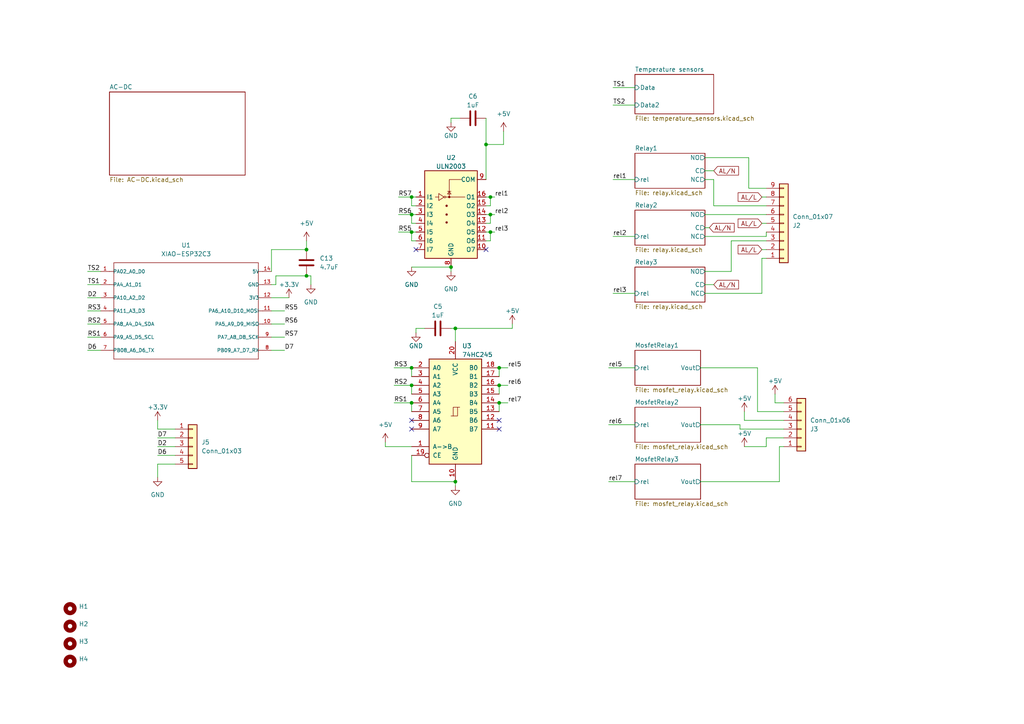
<source format=kicad_sch>
(kicad_sch (version 20230121) (generator eeschema)
  (paper "A4")
  (lib_symbols
    (symbol "74xx:74HC245" (pin_names (offset 1.016))
      (property "Reference" "U" (at -7.62 16.51 0))
      (property "Value" "74HC245" (at -7.62 -16.51 0))
      (symbol "74HC245_1_0"
        (polyline (pts (xy -0.635 -1.27) (xy -0.635 1.27) (xy 0.635 1.27)))
        (polyline (pts (xy -1.27 -1.27) (xy 0.635 -1.27) (xy 0.635 1.27) (xy 1.27 1.27)))
        (pin input line (at -12.7 -10.16 0) (length 5.08) (name "A->B") (number "1"))
        (pin power_in line (at 0 -20.32 90) (length 5.08) (name "GND") (number "10"))
        (pin tri_state line (at 12.7 -5.08 180) (length 5.08) (name "B7") (number "11"))
        (pin tri_state line (at 12.7 -2.54 180) (length 5.08) (name "B6") (number "12"))
        (pin tri_state line (at 12.7 0 180) (length 5.08) (name "B5") (number "13"))
        (pin tri_state line (at 12.7 2.54 180) (length 5.08) (name "B4") (number "14"))
        (pin tri_state line (at 12.7 5.08 180) (length 5.08) (name "B3") (number "15"))
        (pin tri_state line (at 12.7 7.62 180) (length 5.08) (name "B2") (number "16"))
        (pin tri_state line (at 12.7 10.16 180) (length 5.08) (name "B1") (number "17"))
        (pin tri_state line (at 12.7 12.7 180) (length 5.08) (name "B0") (number "18"))
        (pin input inverted (at -12.7 -12.7 0) (length 5.08) (name "CE") (number "19"))
        (pin tri_state line (at -12.7 12.7 0) (length 5.08) (name "A0") (number "2"))
        (pin power_in line (at 0 20.32 270) (length 5.08) (name "VCC") (number "20"))
        (pin tri_state line (at -12.7 10.16 0) (length 5.08) (name "A1") (number "3"))
        (pin tri_state line (at -12.7 7.62 0) (length 5.08) (name "A2") (number "4"))
        (pin tri_state line (at -12.7 5.08 0) (length 5.08) (name "A3") (number "5"))
        (pin tri_state line (at -12.7 2.54 0) (length 5.08) (name "A4") (number "6"))
        (pin tri_state line (at -12.7 0 0) (length 5.08) (name "A5") (number "7"))
        (pin tri_state line (at -12.7 -2.54 0) (length 5.08) (name "A6") (number "8"))
        (pin tri_state line (at -12.7 -5.08 0) (length 5.08) (name "A7") (number "9"))
      )
      (symbol "74HC245_1_1"
        (rectangle (start -7.62 15.24) (end 7.62 -15.24) (stroke (width 0.254)) (fill (type background)))
      )
    )
    (symbol "Connector_Generic:Conn_01x05" (pin_names (offset 1.016) hide)
      (property "Reference" "J" (at 0 7.62 0))
      (property "Value" "Conn_01x05" (at 0 -7.62 0))
      (symbol "Conn_01x05_1_1"
        (rectangle (start -1.27 -4.953) (end 0 -5.207) (stroke (width 0.1524)))
        (rectangle (start -1.27 -2.413) (end 0 -2.667) (stroke (width 0.1524)))
        (rectangle (start -1.27 0.127) (end 0 -0.127) (stroke (width 0.1524)))
        (rectangle (start -1.27 2.667) (end 0 2.413) (stroke (width 0.1524)))
        (rectangle (start -1.27 5.207) (end 0 4.953) (stroke (width 0.1524)))
        (rectangle (start -1.27 6.35) (end 1.27 -6.35) (stroke (width 0.254)) (fill (type background)))
        (pin passive line (at -5.08 5.08 0) (length 3.81) (name "Pin_1") (number "1"))
        (pin passive line (at -5.08 2.54 0) (length 3.81) (name "Pin_2") (number "2"))
        (pin passive line (at -5.08 0 0) (length 3.81) (name "Pin_3") (number "3"))
        (pin passive line (at -5.08 -2.54 0) (length 3.81) (name "Pin_4") (number "4"))
        (pin passive line (at -5.08 -5.08 0) (length 3.81) (name "Pin_5") (number "5"))
      )
    )
    (symbol "Connector_Generic:Conn_01x06" (pin_names (offset 1.016) hide)
      (property "Reference" "J" (at 0 7.62 0))
      (property "Value" "Conn_01x06" (at 0 -10.16 0))
      (symbol "Conn_01x06_1_1"
        (rectangle (start -1.27 -7.493) (end 0 -7.747) (stroke (width 0.1524)))
        (rectangle (start -1.27 -4.953) (end 0 -5.207) (stroke (width 0.1524)))
        (rectangle (start -1.27 -2.413) (end 0 -2.667) (stroke (width 0.1524)))
        (rectangle (start -1.27 0.127) (end 0 -0.127) (stroke (width 0.1524)))
        (rectangle (start -1.27 2.667) (end 0 2.413) (stroke (width 0.1524)))
        (rectangle (start -1.27 5.207) (end 0 4.953) (stroke (width 0.1524)))
        (rectangle (start -1.27 6.35) (end 1.27 -8.89) (stroke (width 0.254)) (fill (type background)))
        (pin passive line (at -5.08 5.08 0) (length 3.81) (name "Pin_1") (number "1"))
        (pin passive line (at -5.08 2.54 0) (length 3.81) (name "Pin_2") (number "2"))
        (pin passive line (at -5.08 0 0) (length 3.81) (name "Pin_3") (number "3"))
        (pin passive line (at -5.08 -2.54 0) (length 3.81) (name "Pin_4") (number "4"))
        (pin passive line (at -5.08 -5.08 0) (length 3.81) (name "Pin_5") (number "5"))
        (pin passive line (at -5.08 -7.62 0) (length 3.81) (name "Pin_6") (number "6"))
      )
    )
    (symbol "Connector_Generic:Conn_01x09" (pin_names (offset 1.016) hide)
      (property "Reference" "J" (at 0 12.7 0))
      (property "Value" "Conn_01x09" (at 0 -12.7 0))
      (symbol "Conn_01x09_1_1"
        (rectangle (start -1.27 -10.033) (end 0 -10.287) (stroke (width 0.1524)))
        (rectangle (start -1.27 -7.493) (end 0 -7.747) (stroke (width 0.1524)))
        (rectangle (start -1.27 -4.953) (end 0 -5.207) (stroke (width 0.1524)))
        (rectangle (start -1.27 -2.413) (end 0 -2.667) (stroke (width 0.1524)))
        (rectangle (start -1.27 0.127) (end 0 -0.127) (stroke (width 0.1524)))
        (rectangle (start -1.27 2.667) (end 0 2.413) (stroke (width 0.1524)))
        (rectangle (start -1.27 5.207) (end 0 4.953) (stroke (width 0.1524)))
        (rectangle (start -1.27 7.747) (end 0 7.493) (stroke (width 0.1524)))
        (rectangle (start -1.27 10.287) (end 0 10.033) (stroke (width 0.1524)))
        (rectangle (start -1.27 11.43) (end 1.27 -11.43) (stroke (width 0.254)) (fill (type background)))
        (pin passive line (at -5.08 10.16 0) (length 3.81) (name "Pin_1") (number "1"))
        (pin passive line (at -5.08 7.62 0) (length 3.81) (name "Pin_2") (number "2"))
        (pin passive line (at -5.08 5.08 0) (length 3.81) (name "Pin_3") (number "3"))
        (pin passive line (at -5.08 2.54 0) (length 3.81) (name "Pin_4") (number "4"))
        (pin passive line (at -5.08 0 0) (length 3.81) (name "Pin_5") (number "5"))
        (pin passive line (at -5.08 -2.54 0) (length 3.81) (name "Pin_6") (number "6"))
        (pin passive line (at -5.08 -5.08 0) (length 3.81) (name "Pin_7") (number "7"))
        (pin passive line (at -5.08 -7.62 0) (length 3.81) (name "Pin_8") (number "8"))
        (pin passive line (at -5.08 -10.16 0) (length 3.81) (name "Pin_9") (number "9"))
      )
    )
    (symbol "Device:C" (pin_numbers hide) (pin_names (offset 0.254))
      (property "Reference" "C" (at 0.635 2.54 0))
      (property "Value" "C" (at 0.635 -2.54 0))
      (symbol "C_0_1"
        (polyline (pts (xy -2.032 -0.762) (xy 2.032 -0.762)) (stroke (width 0.508)))
        (polyline (pts (xy -2.032 0.762) (xy 2.032 0.762)) (stroke (width 0.508)))
      )
      (symbol "C_1_1"
        (pin passive line (at 0 3.81 270) (length 2.794) (name "~") (number "1"))
        (pin passive line (at 0 -3.81 90) (length 2.794) (name "~") (number "2"))
      )
    )
    (symbol "Mechanical:MountingHole" (pin_names (offset 1.016))
      (property "Reference" "H" (at 0 5.08 0))
      (property "Value" "MountingHole" (at 0 3.175 0))
      (symbol "MountingHole_0_1"
        (circle (center 0 0) (radius 1.27) (stroke (width 1.27)))
      )
    )
    (symbol "ProjectLibrary:XIAO-ESP32C3" (pin_names (offset 1.016))
      (property "Reference" "U" (at -21.59 15.24 0))
      (property "Value" "XIAO-ESP32C3" (at -21.59 13.97 0))
      (symbol "XIAO-ESP32C3_0_0"
        (polyline (pts (xy -21.59 -13.97) (xy -21.59 0)) (stroke (width 0.1524)))
        (polyline (pts (xy -21.59 -11.43) (xy -22.86 -11.43)) (stroke (width 0.1524)))
        (polyline (pts (xy -21.59 -7.62) (xy -22.86 -7.62)) (stroke (width 0.1524)))
        (polyline (pts (xy -21.59 -3.81) (xy -22.86 -3.81)) (stroke (width 0.1524)))
        (polyline (pts (xy -21.59 0) (xy -22.86 0)) (stroke (width 0.1524)))
        (polyline (pts (xy -21.59 0) (xy -21.59 3.81)) (stroke (width 0.1524)))
        (polyline (pts (xy -21.59 3.81) (xy -22.86 3.81)) (stroke (width 0.1524)))
        (polyline (pts (xy -21.59 3.81) (xy -21.59 7.62)) (stroke (width 0.1524)))
        (polyline (pts (xy -21.59 7.62) (xy -22.86 7.62)) (stroke (width 0.1524)))
        (polyline (pts (xy -21.59 7.62) (xy -21.59 11.43)) (stroke (width 0.1524)))
        (polyline (pts (xy -21.59 11.43) (xy -22.86 11.43)) (stroke (width 0.1524)))
        (polyline (pts (xy -21.59 11.43) (xy -21.59 13.97)) (stroke (width 0.1524)))
        (polyline (pts (xy -21.59 13.97) (xy 20.32 13.97)) (stroke (width 0.1524)))
        (polyline (pts (xy 20.32 -13.97) (xy -21.59 -13.97)) (stroke (width 0.1524)))
        (polyline (pts (xy 20.32 3.81) (xy 20.32 -13.97)) (stroke (width 0.1524)))
        (polyline (pts (xy 20.32 7.62) (xy 20.32 3.81)) (stroke (width 0.1524)))
        (polyline (pts (xy 20.32 11.43) (xy 20.32 7.62)) (stroke (width 0.1524)))
        (polyline (pts (xy 20.32 13.97) (xy 20.32 11.43)) (stroke (width 0.1524)))
        (polyline (pts (xy 21.59 -11.43) (xy 20.32 -11.43)) (stroke (width 0.1524)))
        (polyline (pts (xy 21.59 -7.62) (xy 20.32 -7.62)) (stroke (width 0.1524)))
        (polyline (pts (xy 21.59 -3.81) (xy 20.32 -3.81)) (stroke (width 0.1524)))
        (polyline (pts (xy 21.59 0) (xy 20.32 0)) (stroke (width 0.1524)))
        (polyline (pts (xy 21.59 3.81) (xy 20.32 3.81)) (stroke (width 0.1524)))
        (polyline (pts (xy 21.59 7.62) (xy 20.32 7.62)) (stroke (width 0.1524)))
        (polyline (pts (xy 21.59 11.43) (xy 20.32 11.43)) (stroke (width 0.1524)))
        (pin bidirectional line (at -25.4 11.43 0) (length 2.54) (name "PA02_A0_D0") (number "1"))
        (pin bidirectional line (at 24.13 -3.81 180) (length 2.54) (name "PA5_A9_D9_MISO") (number "10"))
        (pin bidirectional line (at 24.13 0 180) (length 2.54) (name "PA6_A10_D10_MOSI") (number "11"))
        (pin bidirectional line (at -25.4 7.62 0) (length 2.54) (name "PA4_A1_D1") (number "2"))
        (pin bidirectional line (at -25.4 3.81 0) (length 2.54) (name "PA10_A2_D2") (number "3"))
        (pin bidirectional line (at -25.4 0 0) (length 2.54) (name "PA11_A3_D3") (number "4"))
        (pin bidirectional line (at -25.4 -3.81 0) (length 2.54) (name "PA8_A4_D4_SDA") (number "5"))
        (pin bidirectional line (at -25.4 -7.62 0) (length 2.54) (name "PA9_A5_D5_SCL") (number "6"))
        (pin bidirectional line (at -25.4 -11.43 0) (length 2.54) (name "PB08_A6_D6_TX") (number "7"))
        (pin bidirectional line (at 24.13 -11.43 180) (length 2.54) (name "PB09_A7_D7_RX") (number "8"))
        (pin bidirectional line (at 24.13 -7.62 180) (length 2.54) (name "PA7_A8_D8_SCK") (number "9"))
      )
      (symbol "XIAO-ESP32C3_1_0"
        (pin power_out line (at 24.13 3.81 180) (length 2.54) (name "3V3") (number "12"))
        (pin power_in line (at 24.13 7.62 180) (length 2.54) (name "GND") (number "13"))
        (pin power_in line (at 24.13 11.43 180) (length 2.54) (name "5V") (number "14"))
      )
    )
    (symbol "Transistor_Array:ULN2003"
      (property "Reference" "U" (at 0 15.875 0))
      (property "Value" "ULN2003" (at 0 13.97 0))
      (symbol "ULN2003_0_1"
        (rectangle (start -7.62 -12.7) (end 7.62 12.7) (stroke (width 0.254)) (fill (type background)))
        (circle (center -1.778 5.08) (radius 0.254))
        (circle (center -1.27 -2.286) (radius 0.254) (fill (type outline)))
        (circle (center -1.27 0) (radius 0.254) (fill (type outline)))
        (circle (center -1.27 2.54) (radius 0.254) (fill (type outline)))
        (circle (center -0.508 5.08) (radius 0.254) (fill (type outline)))
        (polyline (pts (xy -4.572 5.08) (xy -3.556 5.08)))
        (polyline (pts (xy -1.524 5.08) (xy 4.064 5.08)))
        (polyline (pts (xy 0 6.731) (xy -1.016 6.731)))
        (polyline (pts (xy -0.508 5.08) (xy -0.508 10.16) (xy 2.921 10.16)))
        (polyline (pts (xy -3.556 6.096) (xy -3.556 4.064) (xy -2.032 5.08) (xy -3.556 6.096)))
        (polyline (pts (xy 0 5.969) (xy -1.016 5.969) (xy -0.508 6.731) (xy 0 5.969)))
      )
      (symbol "ULN2003_1_1"
        (pin input line (at -10.16 5.08 0) (length 2.54) (name "I1") (number "1"))
        (pin open_collector line (at 10.16 -10.16 180) (length 2.54) (name "O7") (number "10"))
        (pin open_collector line (at 10.16 -7.62 180) (length 2.54) (name "O6") (number "11"))
        (pin open_collector line (at 10.16 -5.08 180) (length 2.54) (name "O5") (number "12"))
        (pin open_collector line (at 10.16 -2.54 180) (length 2.54) (name "O4") (number "13"))
        (pin open_collector line (at 10.16 0 180) (length 2.54) (name "O3") (number "14"))
        (pin open_collector line (at 10.16 2.54 180) (length 2.54) (name "O2") (number "15"))
        (pin open_collector line (at 10.16 5.08 180) (length 2.54) (name "O1") (number "16"))
        (pin input line (at -10.16 2.54 0) (length 2.54) (name "I2") (number "2"))
        (pin input line (at -10.16 0 0) (length 2.54) (name "I3") (number "3"))
        (pin input line (at -10.16 -2.54 0) (length 2.54) (name "I4") (number "4"))
        (pin input line (at -10.16 -5.08 0) (length 2.54) (name "I5") (number "5"))
        (pin input line (at -10.16 -7.62 0) (length 2.54) (name "I6") (number "6"))
        (pin input line (at -10.16 -10.16 0) (length 2.54) (name "I7") (number "7"))
        (pin power_in line (at 0 -15.24 90) (length 2.54) (name "GND") (number "8"))
        (pin passive line (at 10.16 10.16 180) (length 2.54) (name "COM") (number "9"))
      )
    )
    (symbol "power:+3.3V" (power) (pin_names (offset 0))
      (property "Value" "+3.3V" (at 0 3.556 0))
      (symbol "+3.3V_0_1"
        (polyline (pts (xy -0.762 1.27) (xy 0 2.54)))
        (polyline (pts (xy 0 0) (xy 0 2.54)))
        (polyline (pts (xy 0 2.54) (xy 0.762 1.27)))
      )
      (symbol "+3.3V_1_1"
        (pin power_in line (at 0 0 90) (length 0) hide (name "+3.3V") (number "1"))
      )
    )
    (symbol "power:+5V" (power) (pin_names (offset 0))
      (property "Value" "+5V" (at 0 3.556 0))
      (symbol "+5V_0_1"
        (polyline (pts (xy -0.762 1.27) (xy 0 2.54)))
        (polyline (pts (xy 0 0) (xy 0 2.54)))
        (polyline (pts (xy 0 2.54) (xy 0.762 1.27)))
      )
      (symbol "+5V_1_1"
        (pin power_in line (at 0 0 90) (length 0) hide (name "+5V") (number "1"))
      )
    )
    (symbol "power:GND" (power) (pin_names (offset 0))
      (property "Value" "GND" (at 0 -3.81 0))
      (symbol "GND_0_1"
        (polyline (pts (xy 0 0) (xy 0 -1.27) (xy 1.27 -1.27) (xy 0 -2.54) (xy -1.27 -1.27) (xy 0 -1.27)))
      )
      (symbol "GND_1_1"
        (pin power_in line (at 0 0 270) (length 0) hide (name "GND") (number "1"))
      )
    )
  )
  (junction (at 119.38 57.15))
  (junction (at 88.9 72.39))
  (junction (at 119.38 106.68))
  (junction (at 132.08 95.25))
  (junction (at 144.78 106.68))
  (junction (at 142.24 57.15))
  (junction (at 130.81 77.47))
  (junction (at 142.24 67.31))
  (junction (at 119.38 62.23))
  (junction (at 119.38 111.76))
  (junction (at 119.38 116.84))
  (junction (at 132.08 139.7))
  (junction (at 119.38 67.31))
  (junction (at 144.78 116.84))
  (junction (at 144.78 111.76))
  (junction (at 88.9 80.01))
  (junction (at 142.24 62.23))
  (junction (at 140.97 41.91))
  (no_connect (at 144.78 121.92))
  (no_connect (at 144.78 124.46))
  (no_connect (at 120.65 72.39))
  (no_connect (at 140.97 72.39))
  (no_connect (at 119.38 121.92))
  (no_connect (at 119.38 124.46))
  (wire (pts (xy 120.65 69.85) (xy 119.38 69.85)))
  (wire (pts (xy 45.72 138.43) (xy 45.72 134.62)))
  (wire (pts (xy 45.72 121.92) (xy 45.72 124.46)))
  (wire (pts (xy 119.38 116.84) (xy 119.38 119.38)))
  (wire (pts (xy 177.8 52.07) (xy 184.15 52.07)))
  (wire (pts (xy 119.38 67.31) (xy 120.65 67.31)))
  (wire (pts (xy 226.06 129.54) (xy 227.33 129.54)))
  (wire (pts (xy 25.4 97.79) (xy 29.21 97.79)))
  (wire (pts (xy 176.53 123.19) (xy 184.15 123.19)))
  (wire (pts (xy 146.05 41.91) (xy 146.05 38.1)))
  (wire (pts (xy 220.98 64.77) (xy 222.25 64.77)))
  (wire (pts (xy 144.78 116.84) (xy 147.32 116.84)))
  (wire (pts (xy 78.74 97.79) (xy 82.55 97.79)))
  (wire (pts (xy 25.4 82.55) (xy 29.21 82.55)))
  (wire (pts (xy 220.98 57.15) (xy 222.25 57.15)))
  (wire (pts (xy 25.4 78.74) (xy 29.21 78.74)))
  (wire (pts (xy 78.74 78.74) (xy 78.74 72.39)))
  (wire (pts (xy 204.47 68.58) (xy 222.25 68.58)))
  (wire (pts (xy 143.51 57.15) (xy 142.24 57.15)))
  (wire (pts (xy 45.72 124.46) (xy 50.8 124.46)))
  (wire (pts (xy 114.3 116.84) (xy 119.38 116.84)))
  (wire (pts (xy 25.4 86.36) (xy 29.21 86.36)))
  (wire (pts (xy 222.25 127) (xy 227.33 127)))
  (wire (pts (xy 203.2 139.7) (xy 226.06 139.7)))
  (wire (pts (xy 227.33 116.84) (xy 224.79 116.84)))
  (wire (pts (xy 214.63 124.46) (xy 227.33 124.46)))
  (wire (pts (xy 88.9 80.01) (xy 90.17 80.01)))
  (wire (pts (xy 143.51 67.31) (xy 142.24 67.31)))
  (wire (pts (xy 176.53 139.7) (xy 184.15 139.7)))
  (wire (pts (xy 217.17 54.61) (xy 222.25 54.61)))
  (wire (pts (xy 215.9 119.38) (xy 215.9 121.92)))
  (wire (pts (xy 78.74 86.36) (xy 83.82 86.36)))
  (wire (pts (xy 45.72 132.08) (xy 50.8 132.08)))
  (wire (pts (xy 78.74 101.6) (xy 82.55 101.6)))
  (wire (pts (xy 219.71 119.38) (xy 227.33 119.38)))
  (wire (pts (xy 207.01 52.07) (xy 207.01 59.69)))
  (wire (pts (xy 25.4 93.98) (xy 29.21 93.98)))
  (wire (pts (xy 204.47 45.72) (xy 217.17 45.72)))
  (wire (pts (xy 142.24 59.69) (xy 142.24 57.15)))
  (wire (pts (xy 144.78 116.84) (xy 144.78 119.38)))
  (wire (pts (xy 119.38 57.15) (xy 120.65 57.15)))
  (wire (pts (xy 119.38 106.68) (xy 119.38 109.22)))
  (wire (pts (xy 120.65 64.77) (xy 119.38 64.77)))
  (wire (pts (xy 204.47 78.74) (xy 212.09 78.74)))
  (wire (pts (xy 212.09 69.85) (xy 222.25 69.85)))
  (wire (pts (xy 119.38 59.69) (xy 119.38 57.15)))
  (wire (pts (xy 45.72 127) (xy 50.8 127)))
  (wire (pts (xy 130.81 78.74) (xy 130.81 77.47)))
  (wire (pts (xy 215.9 129.54) (xy 222.25 129.54)))
  (wire (pts (xy 140.97 52.07) (xy 140.97 41.91)))
  (wire (pts (xy 119.38 64.77) (xy 119.38 62.23)))
  (wire (pts (xy 140.97 59.69) (xy 142.24 59.69)))
  (wire (pts (xy 90.17 80.01) (xy 90.17 82.55)))
  (wire (pts (xy 142.24 69.85) (xy 142.24 67.31)))
  (wire (pts (xy 78.74 90.17) (xy 82.55 90.17)))
  (wire (pts (xy 144.78 106.68) (xy 144.78 109.22)))
  (wire (pts (xy 140.97 64.77) (xy 142.24 64.77)))
  (wire (pts (xy 115.57 57.15) (xy 119.38 57.15)))
  (wire (pts (xy 80.01 80.01) (xy 80.01 82.55)))
  (wire (pts (xy 88.9 72.39) (xy 88.9 69.85)))
  (wire (pts (xy 203.2 106.68) (xy 219.71 106.68)))
  (wire (pts (xy 204.47 49.53) (xy 207.01 49.53)))
  (wire (pts (xy 140.97 69.85) (xy 142.24 69.85)))
  (wire (pts (xy 142.24 64.77) (xy 142.24 62.23)))
  (wire (pts (xy 204.47 62.23) (xy 222.25 62.23)))
  (wire (pts (xy 176.53 106.68) (xy 184.15 106.68)))
  (wire (pts (xy 204.47 52.07) (xy 207.01 52.07)))
  (wire (pts (xy 80.01 82.55) (xy 78.74 82.55)))
  (wire (pts (xy 204.47 85.09) (xy 220.98 85.09)))
  (wire (pts (xy 177.8 85.09) (xy 184.15 85.09)))
  (wire (pts (xy 119.38 111.76) (xy 119.38 114.3)))
  (wire (pts (xy 140.97 41.91) (xy 146.05 41.91)))
  (wire (pts (xy 222.25 68.58) (xy 222.25 67.31)))
  (wire (pts (xy 45.72 134.62) (xy 50.8 134.62)))
  (wire (pts (xy 119.38 69.85) (xy 119.38 67.31)))
  (wire (pts (xy 114.3 106.68) (xy 119.38 106.68)))
  (wire (pts (xy 25.4 101.6) (xy 29.21 101.6)))
  (wire (pts (xy 78.74 72.39) (xy 88.9 72.39)))
  (wire (pts (xy 119.38 62.23) (xy 120.65 62.23)))
  (wire (pts (xy 140.97 34.29) (xy 140.97 41.91)))
  (wire (pts (xy 215.9 121.92) (xy 227.33 121.92)))
  (wire (pts (xy 144.78 106.68) (xy 147.32 106.68)))
  (wire (pts (xy 119.38 77.47) (xy 130.81 77.47)))
  (wire (pts (xy 133.35 34.29) (xy 130.81 34.29)))
  (wire (pts (xy 214.63 123.19) (xy 214.63 124.46)))
  (wire (pts (xy 220.98 72.39) (xy 222.25 72.39)))
  (wire (pts (xy 219.71 106.68) (xy 219.71 119.38)))
  (wire (pts (xy 130.81 34.29) (xy 130.81 35.56)))
  (wire (pts (xy 220.98 85.09) (xy 220.98 74.93)))
  (wire (pts (xy 142.24 62.23) (xy 140.97 62.23)))
  (wire (pts (xy 203.2 123.19) (xy 214.63 123.19)))
  (wire (pts (xy 132.08 140.97) (xy 132.08 139.7)))
  (wire (pts (xy 142.24 57.15) (xy 140.97 57.15)))
  (wire (pts (xy 217.17 45.72) (xy 217.17 54.61)))
  (wire (pts (xy 144.78 111.76) (xy 147.32 111.76)))
  (wire (pts (xy 114.3 111.76) (xy 119.38 111.76)))
  (wire (pts (xy 204.47 66.04) (xy 205.74 66.04)))
  (wire (pts (xy 220.98 74.93) (xy 222.25 74.93)))
  (wire (pts (xy 80.01 80.01) (xy 88.9 80.01)))
  (wire (pts (xy 226.06 139.7) (xy 226.06 129.54)))
  (wire (pts (xy 123.19 95.25) (xy 120.65 95.25)))
  (wire (pts (xy 224.79 116.84) (xy 224.79 114.3)))
  (wire (pts (xy 115.57 62.23) (xy 119.38 62.23)))
  (wire (pts (xy 120.65 95.25) (xy 120.65 96.52)))
  (wire (pts (xy 111.76 128.27) (xy 111.76 129.54)))
  (wire (pts (xy 78.74 93.98) (xy 82.55 93.98)))
  (wire (pts (xy 177.8 68.58) (xy 184.15 68.58)))
  (wire (pts (xy 119.38 139.7) (xy 132.08 139.7)))
  (wire (pts (xy 143.51 62.23) (xy 142.24 62.23)))
  (wire (pts (xy 45.72 129.54) (xy 50.8 129.54)))
  (wire (pts (xy 119.38 132.08) (xy 119.38 139.7)))
  (wire (pts (xy 25.4 90.17) (xy 29.21 90.17)))
  (wire (pts (xy 212.09 69.85) (xy 212.09 78.74)))
  (wire (pts (xy 148.59 95.25) (xy 148.59 93.98)))
  (wire (pts (xy 204.47 82.55) (xy 207.01 82.55)))
  (wire (pts (xy 177.8 30.48) (xy 184.15 30.48)))
  (wire (pts (xy 132.08 99.06) (xy 132.08 95.25)))
  (wire (pts (xy 111.76 129.54) (xy 119.38 129.54)))
  (wire (pts (xy 207.01 59.69) (xy 222.25 59.69)))
  (wire (pts (xy 120.65 59.69) (xy 119.38 59.69)))
  (wire (pts (xy 144.78 111.76) (xy 144.78 114.3)))
  (wire (pts (xy 130.81 95.25) (xy 132.08 95.25)))
  (wire (pts (xy 177.8 25.4) (xy 184.15 25.4)))
  (wire (pts (xy 132.08 95.25) (xy 148.59 95.25)))
  (wire (pts (xy 115.57 67.31) (xy 119.38 67.31)))
  (wire (pts (xy 142.24 67.31) (xy 140.97 67.31)))
  (wire (pts (xy 222.25 129.54) (xy 222.25 127)))
  (label "D7" (at 45.72 127 0))
  (label "TS1" (at 177.8 25.4 0))
  (label "rel7" (at 147.32 116.84 0))
  (label "RS6" (at 115.57 62.23 0))
  (label "RS7" (at 115.57 57.15 0))
  (label "RS5" (at 82.55 90.17 0))
  (label "RS3" (at 25.4 90.17 0))
  (label "D6" (at 25.4 101.6 0))
  (label "rel2" (at 177.8 68.58 0))
  (label "rel6" (at 176.53 123.19 0))
  (label "D2" (at 25.4 86.36 0))
  (label "D6" (at 45.72 132.08 0))
  (label "RS5" (at 115.57 67.31 0))
  (label "RS6" (at 82.55 93.98 0))
  (label "D7" (at 82.55 101.6 0))
  (label "rel3" (at 143.51 67.31 0))
  (label "RS2" (at 114.3 111.76 0))
  (label "rel5" (at 176.53 106.68 0))
  (label "rel3" (at 177.8 85.09 0))
  (label "RS1" (at 114.3 116.84 0))
  (label "D2" (at 45.72 129.54 0))
  (label "RS1" (at 25.4 97.79 0))
  (label "rel5" (at 147.32 106.68 0))
  (label "rel2" (at 143.51 62.23 0))
  (label "TS1" (at 25.4 82.55 0))
  (label "RS3" (at 114.3 106.68 0))
  (label "rel6" (at 147.32 111.76 0))
  (label "TS2" (at 177.8 30.48 0))
  (label "rel1" (at 177.8 52.07 0))
  (label "rel7" (at 176.53 139.7 0))
  (label "RS2" (at 25.4 93.98 0))
  (label "TS2" (at 25.4 78.74 0))
  (label "rel1" (at 143.51 57.15 0))
  (label "RS7" (at 82.55 97.79 0))
  (global_label "AL{slash}L" (shape input) (at 220.98 57.15 180) (property "Intersheetrefs" "${INTERSHEET_REFS}" (effects hide)))
  (global_label "AL{slash}L" (shape input) (at 220.98 64.77 180) (property "Intersheetrefs" "${INTERSHEET_REFS}" (effects hide)))
  (global_label "AL{slash}N" (shape input) (at 207.01 49.53 0) (property "Intersheetrefs" "${INTERSHEET_REFS}" (effects hide)))
  (global_label "AL{slash}L" (shape input) (at 220.98 72.39 180) (property "Intersheetrefs" "${INTERSHEET_REFS}" (effects hide)))
  (global_label "AL{slash}N" (shape input) (at 207.01 82.55 0) (property "Intersheetrefs" "${INTERSHEET_REFS}" (effects hide)))
  (global_label "AL{slash}N" (shape input) (at 205.74 66.04 0) (property "Intersheetrefs" "${INTERSHEET_REFS}" (effects hide)))
  (symbol (lib_id "Mechanical:MountingHole") (at 20.32 191.77 0) (unit 1) (in_bom no)
    (property "Reference" "H4" (at 22.86 191.135 0) (effects (justify left)))
    (property "Value" "MountingHole" (effects hide))
    (property "Footprint" "MountingHole:MountingHole_2.7mm_M2.5" (effects hide))
  )
  (symbol (lib_id "power:+3.3V") (at 45.72 121.92 0) (unit 1)
    (property "Reference" "#PWR034" (effects hide))
    (property "Value" "+3.3V" (at 45.72 118.11 0))
  )
  (symbol (lib_id "power:+5V") (at 148.59 93.98 0) (unit 1)
    (property "Reference" "#PWR012" (effects hide))
    (property "Value" "+5V" (at 148.59 90.17 0))
  )
  (symbol (lib_id "74xx:74HC245") (at 132.08 119.38 0) (unit 1)
    (property "Reference" "U3" (at 134.0359 100.33 0) (effects (justify left)))
    (property "Value" "74HC245" (at 134.0359 102.87 0) (effects (justify left)))
    (property "Footprint" "Package_SO:SOIC-20W_7.5x12.8mm_P1.27mm" (effects hide))
    (property "Datasheet" "http://www.ti.com/lit/gpn/sn74HC245" (effects hide))
    (property "JLCPCB Part #" "C5625" (effects hide))
  )
  (symbol (lib_id "power:GND") (at 130.81 35.56 0) (unit 1)
    (property "Reference" "#PWR08" (effects hide))
    (property "Value" "GND" (at 130.81 39.37 0))
  )
  (symbol (lib_id "Mechanical:MountingHole") (at 20.32 186.69 0) (unit 1) (in_bom no)
    (property "Reference" "H3" (at 22.86 186.055 0) (effects (justify left)))
    (property "Value" "MountingHole" (effects hide))
    (property "Footprint" "MountingHole:MountingHole_2.7mm_M2.5" (effects hide))
  )
  (symbol (lib_id "power:GND") (at 90.17 82.55 0) (unit 1)
    (property "Reference" "#PWR04" (effects hide))
    (property "Value" "GND" (at 90.17 87.63 0))
  )
  (symbol (lib_id "power:+5V") (at 146.05 38.1 0) (unit 1)
    (property "Reference" "#PWR011" (effects hide))
    (property "Value" "+5V" (at 146.05 33.02 0))
  )
  (symbol (lib_id "Connector_Generic:Conn_01x06") (at 232.41 124.46 0) (mirror x) (unit 1) (in_bom no)
    (property "Reference" "J3" (at 234.95 124.46 0) (effects (justify left)))
    (property "Value" "Conn_01x06" (at 234.95 121.92 0) (effects (justify left)))
    (property "Footprint" "TerminalBlock_Phoenix:TerminalBlock_Phoenix_MKDS-1,5-6-5.08_1x06_P5.08mm_Horizontal" (effects hide))
  )
  (symbol (lib_id "power:+5V") (at 215.9 119.38 0) (unit 1)
    (property "Reference" "#PWR026" (effects hide))
    (property "Value" "+5V" (at 215.9 115.57 0))
  )
  (symbol (lib_id "power:GND") (at 45.72 138.43 0) (unit 1)
    (property "Reference" "#PWR035" (effects hide))
    (property "Value" "GND" (at 45.72 143.51 0))
  )
  (symbol (lib_id "Device:C") (at 137.16 34.29 90) (unit 1)
    (property "Reference" "C6" (at 137.16 27.94 90))
    (property "Value" "1uF" (at 137.16 30.48 90))
    (property "Footprint" "Capacitor_SMD:C_0402_1005Metric" (effects hide))
    (property "JLCPCB Part #" "C52923" (effects hide))
  )
  (symbol (lib_id "power:GND") (at 120.65 96.52 0) (unit 1)
    (property "Reference" "#PWR07" (effects hide))
    (property "Value" "GND" (at 120.65 100.33 0))
  )
  (symbol (lib_id "power:GND") (at 130.81 78.74 0) (unit 1)
    (property "Reference" "#PWR09" (effects hide))
    (property "Value" "GND" (at 130.81 83.82 0))
  )
  (symbol (lib_id "power:GND") (at 132.08 140.97 0) (unit 1)
    (property "Reference" "#PWR010" (effects hide))
    (property "Value" "GND" (at 132.08 146.05 0))
  )
  (symbol (lib_id "power:+3.3V") (at 83.82 86.36 0) (unit 1)
    (property "Reference" "#PWR033" (effects hide))
    (property "Value" "+3.3V" (at 83.82 82.55 0))
  )
  (symbol (lib_id "power:+5V") (at 215.9 129.54 0) (unit 1)
    (property "Reference" "#PWR027" (effects hide))
    (property "Value" "+5V" (at 215.9 125.73 0))
  )
  (symbol (lib_id "power:+5V") (at 224.79 114.3 0) (unit 1)
    (property "Reference" "#PWR025" (effects hide))
    (property "Value" "+5V" (at 224.79 110.49 0))
  )
  (symbol (lib_id "ProjectLibrary:XIAO-ESP32C3") (at 54.61 90.17 0) (unit 1) (in_bom no)
    (property "Reference" "U1" (at 53.975 71.12 0))
    (property "Value" "XIAO-ESP32C3" (at 53.975 73.66 0))
    (property "Footprint" "ProjectLibrary:XIAO-ESP32C3" (effects hide))
  )
  (symbol (lib_id "Mechanical:MountingHole") (at 20.32 176.53 0) (unit 1) (in_bom no)
    (property "Reference" "H1" (at 22.86 175.895 0) (effects (justify left)))
    (property "Value" "MountingHole" (effects hide))
    (property "Footprint" "MountingHole:MountingHole_2.7mm_M2.5" (effects hide))
  )
  (symbol (lib_id "Connector_Generic:Conn_01x05") (at 55.88 129.54 0) (unit 1) (in_bom no)
    (property "Reference" "J5" (at 58.42 128.27 0) (effects (justify left)))
    (property "Value" "Conn_01x03" (at 58.42 130.81 0) (effects (justify left)))
    (property "Footprint" "Connector_PinHeader_2.54mm:PinHeader_1x05_P2.54mm_Vertical" (effects hide))
  )
  (symbol (lib_id "Transistor_Array:ULN2003") (at 130.81 62.23 0) (unit 1)
    (property "Reference" "U2" (at 130.81 45.72 0))
    (property "Value" "ULN2003" (at 130.81 48.26 0))
    (property "Footprint" "ProjectLibrary:SOIC-16W_ULN2003ADR" (effects hide))
    (property "Datasheet" "http://www.ti.com/lit/ds/symlink/uln2003a.pdf" (effects hide))
    (property "JLCPCB Part #" "C7512" (effects hide))
  )
  (symbol (lib_id "Device:C") (at 88.9 76.2 180) (unit 1)
    (property "Reference" "C13" (at 92.71 74.93 0) (effects (justify right)))
    (property "Value" "4.7uF" (at 92.71 77.47 0) (effects (justify right)))
    (property "Footprint" "Capacitor_SMD:C_0402_1005Metric" (effects hide))
    (property "JLCPCB Part #" "C23733" (effects hide))
  )
  (symbol (lib_id "power:GND") (at 119.38 77.47 0) (unit 1)
    (property "Reference" "#PWR06" (effects hide))
    (property "Value" "GND" (at 119.38 82.55 0))
  )
  (symbol (lib_id "Mechanical:MountingHole") (at 20.32 181.61 0) (unit 1) (in_bom no)
    (property "Reference" "H2" (at 22.86 180.975 0) (effects (justify left)))
    (property "Value" "MountingHole" (effects hide))
    (property "Footprint" "MountingHole:MountingHole_2.7mm_M2.5" (effects hide))
  )
  (symbol (lib_id "Device:C") (at 127 95.25 90) (unit 1)
    (property "Reference" "C5" (at 127 88.9 90))
    (property "Value" "1uF" (at 127 91.44 90))
    (property "Footprint" "Capacitor_SMD:C_0402_1005Metric" (effects hide))
    (property "JLCPCB Part #" "C52923" (effects hide))
  )
  (symbol (lib_id "Connector_Generic:Conn_01x09") (at 227.33 64.77 0) (mirror x) (unit 1) (in_bom no)
    (property "Reference" "J2" (at 229.87 65.405 0) (effects (justify left)))
    (property "Value" "Conn_01x07" (at 229.87 62.865 0) (effects (justify left)))
    (property "Footprint" "TerminalBlock_Phoenix:TerminalBlock_Phoenix_MKDS-1,5-9-5.08_1x09_P5.08mm_Horizontal" (effects hide))
  )
  (symbol (lib_id "power:+5V") (at 88.9 69.85 0) (unit 1)
    (property "Reference" "#PWR03" (effects hide))
    (property "Value" "+5V" (at 88.9 64.77 0))
  )
  (symbol (lib_id "power:+5V") (at 111.76 128.27 0) (unit 1)
    (property "Reference" "#PWR05" (effects hide))
    (property "Value" "+5V" (at 111.76 123.19 0))
  )
  (sheet (at 184.15 134.62) (size 19.05 10.16) (stroke (width 0.1524))
    (property "Sheetname" "MosfetRelay3" (at 184.15 133.9084 0) (effects (justify left bottom)))
    (property "Sheetfile" "mosfet_relay.kicad_sch" (at 184.15 145.3646 0) (effects (justify left top)))
    (pin "rel" input (at 184.15 139.7 180))
    (pin "Vout" output (at 203.2 139.7 0))
  )
  (sheet (at 184.15 77.47) (size 20.32 10.16) (stroke (width 0.1524))
    (property "Sheetname" "Relay3" (at 184.15 76.7584 0) (effects (justify left bottom)))
    (property "Sheetfile" "relay.kicad_sch" (at 184.15 88.2146 0) (effects (justify left top)))
    (pin "rel" input (at 184.15 85.09 180))
    (pin "C" output (at 204.47 82.55 0))
    (pin "NO" output (at 204.47 78.74 0))
    (pin "NC" output (at 204.47 85.09 0))
  )
  (sheet (at 184.15 60.96) (size 20.32 10.16) (stroke (width 0.1524))
    (property "Sheetname" "Relay2" (at 184.15 60.2484 0) (effects (justify left bottom)))
    (property "Sheetfile" "relay.kicad_sch" (at 184.15 71.7046 0) (effects (justify left top)))
    (pin "rel" input (at 184.15 68.58 180))
    (pin "C" output (at 204.47 66.04 0))
    (pin "NO" output (at 204.47 62.23 0))
    (pin "NC" output (at 204.47 68.58 0))
  )
  (sheet (at 184.15 101.6) (size 19.05 10.16) (stroke (width 0.1524))
    (property "Sheetname" "MosfetRelay1" (at 184.15 100.8884 0) (effects (justify left bottom)))
    (property "Sheetfile" "mosfet_relay.kicad_sch" (at 184.15 112.3446 0) (effects (justify left top)))
    (pin "rel" input (at 184.15 106.68 180))
    (pin "Vout" output (at 203.2 106.68 0))
  )
  (sheet (at 184.15 21.59) (size 22.86 11.43) (stroke (width 0.1524))
    (property "Sheetname" "Temperature sensors" (at 184.15 20.8784 0) (effects (justify left bottom)))
    (property "Sheetfile" "temperature_sensors.kicad_sch" (at 184.15 33.6046 0) (effects (justify left top)))
    (pin "Data2" input (at 184.15 30.48 180))
    (pin "Data" input (at 184.15 25.4 180))
  )
  (sheet (at 184.15 118.11) (size 19.05 10.16) (stroke (width 0.1524))
    (property "Sheetname" "MosfetRelay2" (at 184.15 117.3984 0) (effects (justify left bottom)))
    (property "Sheetfile" "mosfet_relay.kicad_sch" (at 184.15 128.8546 0) (effects (justify left top)))
    (pin "rel" input (at 184.15 123.19 180))
    (pin "Vout" output (at 203.2 123.19 0))
  )
  (sheet (at 184.15 44.45) (size 20.32 10.16) (stroke (width 0.1524))
    (property "Sheetname" "Relay1" (at 184.15 43.7384 0) (effects (justify left bottom)))
    (property "Sheetfile" "relay.kicad_sch" (at 184.15 55.1946 0) (effects (justify left top)))
    (pin "rel" input (at 184.15 52.07 180))
    (pin "C" output (at 204.47 49.53 0))
    (pin "NO" output (at 204.47 45.72 0))
    (pin "NC" output (at 204.47 52.07 0))
  )
  (sheet (at 31.75 26.67) (size 39.37 24.13) (stroke (width 0.1524))
    (property "Sheetname" "AC-DC" (at 31.75 25.9584 0) (effects (justify left bottom)))
    (property "Sheetfile" "AC-DC.kicad_sch" (at 31.75 51.3846 0) (effects (justify left top)))
  )
)
</source>
